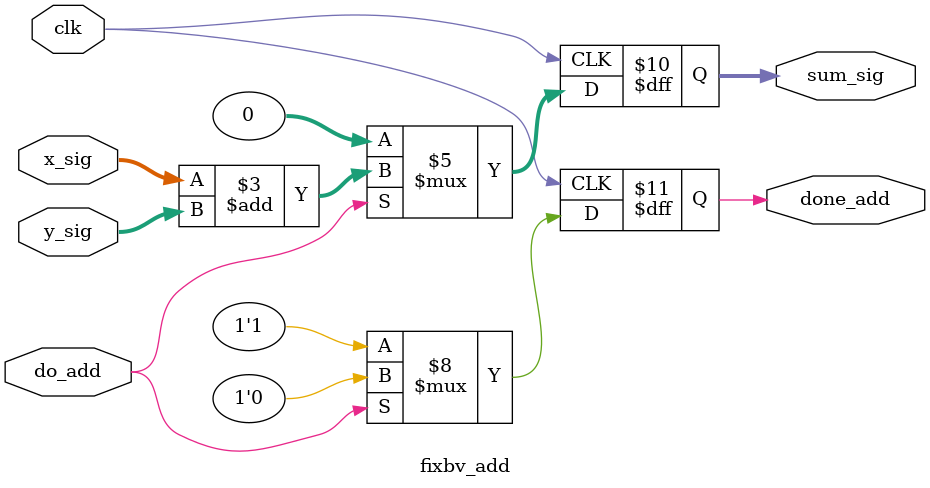
<source format=v>


`timescale 1ns/10ps

module fixbv_add (
    clk,
    do_add,
    x_sig,
    y_sig,
    sum_sig,
    done_add
);


input clk;
input do_add;
input signed [30:0] x_sig;
input signed [30:0] y_sig;
output [31:0] sum_sig;
reg [31:0] sum_sig;
output done_add;
reg done_add;






always @(posedge clk) begin: FIXBV_ADD_ADD_RTL
    if ((do_add == 1)) begin
        done_add <= 0;
        sum_sig <= (x_sig + y_sig);
    end
    else begin
        done_add <= 1;
        sum_sig <= 0;
    end
end

endmodule

</source>
